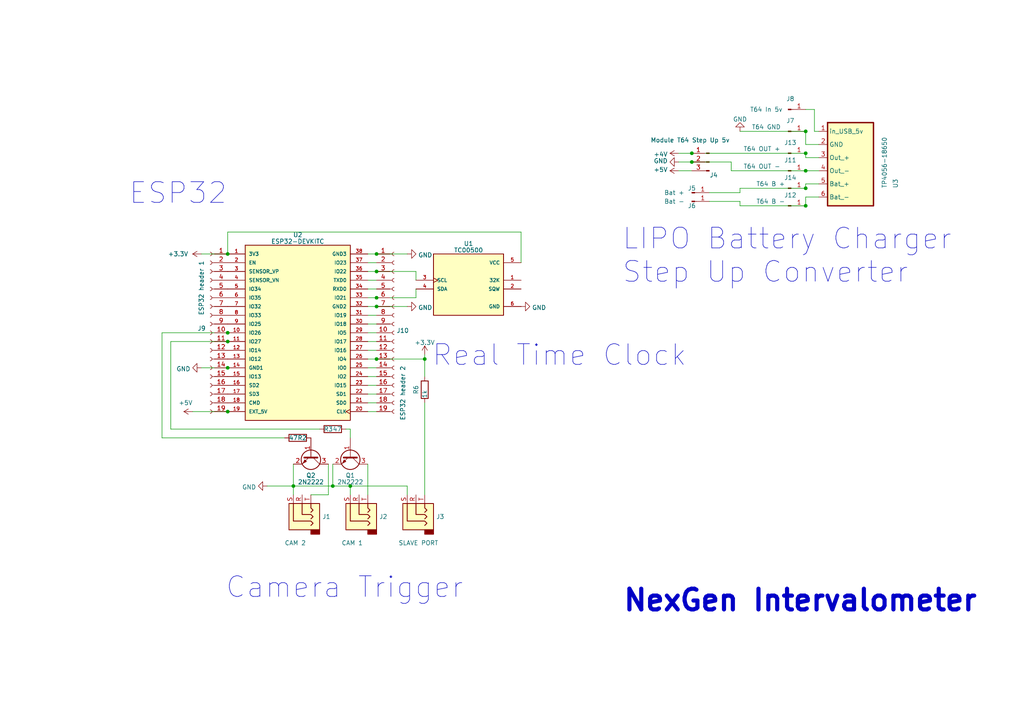
<source format=kicad_sch>
(kicad_sch (version 20230121) (generator eeschema)
  (paper "A4")
  (lib_symbols
    (symbol "Connector:Conn_01x01_Pin" (pin_names (offset 1.016) hide)
      (property "Reference" "J" (at 0 2.54 0))
      (property "Value" "Conn_01x01_Pin" (at 0 -2.54 0))
      (symbol "Conn_01x01_Pin_1_1"
        (polyline (pts (xy 1.27 0) (xy 0.8636 0)) (stroke (width 0.1524)))
        (rectangle (start 0.8636 0.127) (end 0 -0.127) (stroke (width 0.1524)) (fill (type outline)))
        (pin passive line (at 5.08 0 180) (length 3.81) (name "Pin_1") (number "1"))
      )
    )
    (symbol "Connector:Conn_01x03_Pin" (pin_names (offset 1.016) hide)
      (property "Reference" "J" (at 0 5.08 0))
      (property "Value" "Conn_01x03_Pin" (at 0 -5.08 0))
      (symbol "Conn_01x03_Pin_1_1"
        (polyline (pts (xy 1.27 -2.54) (xy 0.8636 -2.54)) (stroke (width 0.1524)))
        (polyline (pts (xy 1.27 0) (xy 0.8636 0)) (stroke (width 0.1524)))
        (polyline (pts (xy 1.27 2.54) (xy 0.8636 2.54)) (stroke (width 0.1524)))
        (rectangle (start 0.8636 -2.413) (end 0 -2.667) (stroke (width 0.1524)) (fill (type outline)))
        (rectangle (start 0.8636 0.127) (end 0 -0.127) (stroke (width 0.1524)) (fill (type outline)))
        (rectangle (start 0.8636 2.667) (end 0 2.413) (stroke (width 0.1524)) (fill (type outline)))
        (pin passive line (at 5.08 2.54 180) (length 3.81) (name "Pin_1") (number "1"))
        (pin passive line (at 5.08 0 180) (length 3.81) (name "Pin_2") (number "2"))
        (pin passive line (at 5.08 -2.54 180) (length 3.81) (name "Pin_3") (number "3"))
      )
    )
    (symbol "Connector:Conn_01x19_Socket" (pin_names (offset 1.016) hide)
      (property "Reference" "J" (at 0 25.4 0))
      (property "Value" "Conn_01x19_Socket" (at 0 -25.4 0))
      (symbol "Conn_01x19_Socket_1_1"
        (arc (start 0 -22.352) (mid -0.5058 -22.86) (end 0 -23.368) (stroke (width 0.1524)))
        (arc (start 0 -19.812) (mid -0.5058 -20.32) (end 0 -20.828) (stroke (width 0.1524)))
        (arc (start 0 -17.272) (mid -0.5058 -17.78) (end 0 -18.288) (stroke (width 0.1524)))
        (arc (start 0 -14.732) (mid -0.5058 -15.24) (end 0 -15.748) (stroke (width 0.1524)))
        (arc (start 0 -12.192) (mid -0.5058 -12.7) (end 0 -13.208) (stroke (width 0.1524)))
        (arc (start 0 -9.652) (mid -0.5058 -10.16) (end 0 -10.668) (stroke (width 0.1524)))
        (arc (start 0 -7.112) (mid -0.5058 -7.62) (end 0 -8.128) (stroke (width 0.1524)))
        (arc (start 0 -4.572) (mid -0.5058 -5.08) (end 0 -5.588) (stroke (width 0.1524)))
        (arc (start 0 -2.032) (mid -0.5058 -2.54) (end 0 -3.048) (stroke (width 0.1524)))
        (polyline (pts (xy -1.27 -22.86) (xy -0.508 -22.86)) (stroke (width 0.1524)))
        (polyline (pts (xy -1.27 -20.32) (xy -0.508 -20.32)) (stroke (width 0.1524)))
        (polyline (pts (xy -1.27 -17.78) (xy -0.508 -17.78)) (stroke (width 0.1524)))
        (polyline (pts (xy -1.27 -15.24) (xy -0.508 -15.24)) (stroke (width 0.1524)))
        (polyline (pts (xy -1.27 -12.7) (xy -0.508 -12.7)) (stroke (width 0.1524)))
        (polyline (pts (xy -1.27 -10.16) (xy -0.508 -10.16)) (stroke (width 0.1524)))
        (polyline (pts (xy -1.27 -7.62) (xy -0.508 -7.62)) (stroke (width 0.1524)))
        (polyline (pts (xy -1.27 -5.08) (xy -0.508 -5.08)) (stroke (width 0.1524)))
        (polyline (pts (xy -1.27 -2.54) (xy -0.508 -2.54)) (stroke (width 0.1524)))
        (polyline (pts (xy -1.27 0) (xy -0.508 0)) (stroke (width 0.1524)))
        (polyline (pts (xy -1.27 2.54) (xy -0.508 2.54)) (stroke (width 0.1524)))
        (polyline (pts (xy -1.27 5.08) (xy -0.508 5.08)) (stroke (width 0.1524)))
        (polyline (pts (xy -1.27 7.62) (xy -0.508 7.62)) (stroke (width 0.1524)))
        (polyline (pts (xy -1.27 10.16) (xy -0.508 10.16)) (stroke (width 0.1524)))
        (polyline (pts (xy -1.27 12.7) (xy -0.508 12.7)) (stroke (width 0.1524)))
        (polyline (pts (xy -1.27 15.24) (xy -0.508 15.24)) (stroke (width 0.1524)))
        (polyline (pts (xy -1.27 17.78) (xy -0.508 17.78)) (stroke (width 0.1524)))
        (polyline (pts (xy -1.27 20.32) (xy -0.508 20.32)) (stroke (width 0.1524)))
        (polyline (pts (xy -1.27 22.86) (xy -0.508 22.86)) (stroke (width 0.1524)))
        (arc (start 0 0.508) (mid -0.5058 0) (end 0 -0.508) (stroke (width 0.1524)))
        (arc (start 0 3.048) (mid -0.5058 2.54) (end 0 2.032) (stroke (width 0.1524)))
        (arc (start 0 5.588) (mid -0.5058 5.08) (end 0 4.572) (stroke (width 0.1524)))
        (arc (start 0 8.128) (mid -0.5058 7.62) (end 0 7.112) (stroke (width 0.1524)))
        (arc (start 0 10.668) (mid -0.5058 10.16) (end 0 9.652) (stroke (width 0.1524)))
        (arc (start 0 13.208) (mid -0.5058 12.7) (end 0 12.192) (stroke (width 0.1524)))
        (arc (start 0 15.748) (mid -0.5058 15.24) (end 0 14.732) (stroke (width 0.1524)))
        (arc (start 0 18.288) (mid -0.5058 17.78) (end 0 17.272) (stroke (width 0.1524)))
        (arc (start 0 20.828) (mid -0.5058 20.32) (end 0 19.812) (stroke (width 0.1524)))
        (arc (start 0 23.368) (mid -0.5058 22.86) (end 0 22.352) (stroke (width 0.1524)))
        (pin passive line (at -5.08 22.86 0) (length 3.81) (name "Pin_1") (number "1"))
        (pin passive line (at -5.08 0 0) (length 3.81) (name "Pin_10") (number "10"))
        (pin passive line (at -5.08 -2.54 0) (length 3.81) (name "Pin_11") (number "11"))
        (pin passive line (at -5.08 -5.08 0) (length 3.81) (name "Pin_12") (number "12"))
        (pin passive line (at -5.08 -7.62 0) (length 3.81) (name "Pin_13") (number "13"))
        (pin passive line (at -5.08 -10.16 0) (length 3.81) (name "Pin_14") (number "14"))
        (pin passive line (at -5.08 -12.7 0) (length 3.81) (name "Pin_15") (number "15"))
        (pin passive line (at -5.08 -15.24 0) (length 3.81) (name "Pin_16") (number "16"))
        (pin passive line (at -5.08 -17.78 0) (length 3.81) (name "Pin_17") (number "17"))
        (pin passive line (at -5.08 -20.32 0) (length 3.81) (name "Pin_18") (number "18"))
        (pin passive line (at -5.08 -22.86 0) (length 3.81) (name "Pin_19") (number "19"))
        (pin passive line (at -5.08 20.32 0) (length 3.81) (name "Pin_2") (number "2"))
        (pin passive line (at -5.08 17.78 0) (length 3.81) (name "Pin_3") (number "3"))
        (pin passive line (at -5.08 15.24 0) (length 3.81) (name "Pin_4") (number "4"))
        (pin passive line (at -5.08 12.7 0) (length 3.81) (name "Pin_5") (number "5"))
        (pin passive line (at -5.08 10.16 0) (length 3.81) (name "Pin_6") (number "6"))
        (pin passive line (at -5.08 7.62 0) (length 3.81) (name "Pin_7") (number "7"))
        (pin passive line (at -5.08 5.08 0) (length 3.81) (name "Pin_8") (number "8"))
        (pin passive line (at -5.08 2.54 0) (length 3.81) (name "Pin_9") (number "9"))
      )
    )
    (symbol "Connector_Audio:AudioJack3"
      (property "Reference" "J" (at 0 8.89 0))
      (property "Value" "AudioJack3" (at 0 6.35 0))
      (symbol "AudioJack3_0_1"
        (rectangle (start -5.08 -5.08) (end -6.35 -2.54) (stroke (width 0.254)) (fill (type outline)))
        (polyline (pts (xy 0 -2.54) (xy 0.635 -3.175) (xy 1.27 -2.54) (xy 2.54 -2.54)) (stroke (width 0.254)))
        (polyline (pts (xy -1.905 -2.54) (xy -1.27 -3.175) (xy -0.635 -2.54) (xy -0.635 0) (xy 2.54 0)) (stroke (width 0.254)))
        (polyline (pts (xy 2.54 2.54) (xy -2.54 2.54) (xy -2.54 -2.54) (xy -3.175 -3.175) (xy -3.81 -2.54)) (stroke (width 0.254)))
        (rectangle (start 2.54 3.81) (end -5.08 -5.08) (stroke (width 0.254)) (fill (type background)))
      )
      (symbol "AudioJack3_1_1"
        (pin passive line (at 5.08 0 180) (length 2.54) (name "~") (number "R"))
        (pin passive line (at 5.08 2.54 180) (length 2.54) (name "~") (number "S"))
        (pin passive line (at 5.08 -2.54 180) (length 2.54) (name "~") (number "T"))
      )
    )
    (symbol "Device:R" (pin_numbers hide) (pin_names (offset 0))
      (property "Reference" "R" (at 2.032 0 90))
      (property "Value" "R" (at 0 0 90))
      (symbol "R_0_1"
        (rectangle (start -1.016 -2.54) (end 1.016 2.54) (stroke (width 0.254)))
      )
      (symbol "R_1_1"
        (pin passive line (at 0 3.81 270) (length 1.27) (name "~") (number "1"))
        (pin passive line (at 0 -3.81 90) (length 1.27) (name "~") (number "2"))
      )
    )
    (symbol "ESP32-DEVKITC:ESP32-DEVKITC" (pin_names (offset 1.016))
      (property "Reference" "U" (at -15.2572 26.0643 0))
      (property "Value" "ESP32-DEVKITC" (at -15.2563 -27.9698 0))
      (symbol "ESP32-DEVKITC_0_0"
        (rectangle (start -15.24 -25.4) (end 15.24 25.4) (stroke (width 0.254)) (fill (type background)))
        (pin power_in line (at -20.32 22.86 0) (length 5.08) (name "3V3") (number "1"))
        (pin bidirectional line (at -20.32 0 0) (length 5.08) (name "IO26") (number "10"))
        (pin bidirectional line (at -20.32 -2.54 0) (length 5.08) (name "IO27") (number "11"))
        (pin bidirectional line (at -20.32 -5.08 0) (length 5.08) (name "IO14") (number "12"))
        (pin bidirectional line (at -20.32 -7.62 0) (length 5.08) (name "IO12") (number "13"))
        (pin power_in line (at -20.32 -10.16 0) (length 5.08) (name "GND1") (number "14"))
        (pin bidirectional line (at -20.32 -12.7 0) (length 5.08) (name "IO13") (number "15"))
        (pin bidirectional line (at -20.32 -15.24 0) (length 5.08) (name "SD2") (number "16"))
        (pin bidirectional line (at -20.32 -17.78 0) (length 5.08) (name "SD3") (number "17"))
        (pin bidirectional line (at -20.32 -20.32 0) (length 5.08) (name "CMD") (number "18"))
        (pin power_in line (at -20.32 -22.86 0) (length 5.08) (name "EXT_5V") (number "19"))
        (pin input line (at -20.32 20.32 0) (length 5.08) (name "EN") (number "2"))
        (pin input clock (at 20.32 -22.86 180) (length 5.08) (name "CLK") (number "20"))
        (pin bidirectional line (at 20.32 -20.32 180) (length 5.08) (name "SD0") (number "21"))
        (pin bidirectional line (at 20.32 -17.78 180) (length 5.08) (name "SD1") (number "22"))
        (pin bidirectional line (at 20.32 -15.24 180) (length 5.08) (name "IO15") (number "23"))
        (pin bidirectional line (at 20.32 -12.7 180) (length 5.08) (name "IO2") (number "24"))
        (pin bidirectional line (at 20.32 -10.16 180) (length 5.08) (name "IO0") (number "25"))
        (pin bidirectional line (at 20.32 -7.62 180) (length 5.08) (name "IO4") (number "26"))
        (pin bidirectional line (at 20.32 -5.08 180) (length 5.08) (name "IO16") (number "27"))
        (pin bidirectional line (at 20.32 -2.54 180) (length 5.08) (name "IO17") (number "28"))
        (pin bidirectional line (at 20.32 0 180) (length 5.08) (name "IO5") (number "29"))
        (pin input line (at -20.32 17.78 0) (length 5.08) (name "SENSOR_VP") (number "3"))
        (pin bidirectional line (at 20.32 2.54 180) (length 5.08) (name "IO18") (number "30"))
        (pin bidirectional line (at 20.32 5.08 180) (length 5.08) (name "IO19") (number "31"))
        (pin power_in line (at 20.32 7.62 180) (length 5.08) (name "GND2") (number "32"))
        (pin bidirectional line (at 20.32 10.16 180) (length 5.08) (name "IO21") (number "33"))
        (pin input line (at 20.32 12.7 180) (length 5.08) (name "RXD0") (number "34"))
        (pin output line (at 20.32 15.24 180) (length 5.08) (name "TXD0") (number "35"))
        (pin bidirectional line (at 20.32 17.78 180) (length 5.08) (name "IO22") (number "36"))
        (pin bidirectional line (at 20.32 20.32 180) (length 5.08) (name "IO23") (number "37"))
        (pin power_in line (at 20.32 22.86 180) (length 5.08) (name "GND3") (number "38"))
        (pin input line (at -20.32 15.24 0) (length 5.08) (name "SENSOR_VN") (number "4"))
        (pin bidirectional line (at -20.32 12.7 0) (length 5.08) (name "IO34") (number "5"))
        (pin bidirectional line (at -20.32 10.16 0) (length 5.08) (name "IO35") (number "6"))
        (pin bidirectional line (at -20.32 7.62 0) (length 5.08) (name "IO32") (number "7"))
        (pin bidirectional line (at -20.32 5.08 0) (length 5.08) (name "IO33") (number "8"))
        (pin bidirectional line (at -20.32 2.54 0) (length 5.08) (name "IO25") (number "9"))
      )
    )
    (symbol "TC00500:TC00500" (pin_names (offset 1.016))
      (property "Reference" "U" (at -10.16 8.89 0))
      (property "Value" "TC00500" (at -10.16 -11.43 0))
      (symbol "TC00500_0_0"
        (rectangle (start -10.16 -10.16) (end 10.16 7.62) (stroke (width 0.254)) (fill (type background)))
        (pin output line (at 15.24 0 180) (length 5.08) (name "32K") (number "1"))
        (pin output line (at 15.24 -2.54 180) (length 5.08) (name "SQW") (number "2"))
        (pin input clock (at -15.24 0 0) (length 5.08) (name "SCL") (number "3"))
        (pin bidirectional line (at -15.24 -2.54 0) (length 5.08) (name "SDA") (number "4"))
        (pin power_in line (at 15.24 5.08 180) (length 5.08) (name "VCC") (number "5"))
        (pin power_in line (at 15.24 -7.62 180) (length 5.08) (name "GND") (number "6"))
      )
    )
    (symbol "TC00500:TP4056-18650"
      (property "Reference" "U" (at 0 0 0))
      (property "Value" "TP4056-18650" (at 7.9858 -14.3424 90))
      (symbol "TP4056-18650_0_1"
        (rectangle (start -2.54 -1.27) (end 10.7744 -25.4) (stroke (width 0.4)) (fill (type background)))
      )
      (symbol "TP4056-18650_1_1"
        (pin power_in line (at -5.08 -3.81 0) (length 2.54) (name "in_USB_5v") (number "1"))
        (pin passive line (at -5.08 -7.62 0) (length 2.54) (name "GND") (number "2"))
        (pin passive line (at -5.08 -11.43 0) (length 2.54) (name "Out_+") (number "3"))
        (pin passive line (at -5.08 -15.24 0) (length 2.54) (name "Out_-") (number "4"))
        (pin bidirectional line (at -5.08 -19.05 0) (length 2.54) (name "Bat_+") (number "5"))
        (pin bidirectional line (at -5.08 -22.86 0) (length 2.54) (name "Bat_-") (number "6"))
      )
    )
    (symbol "Transistor_BJT1:BC817" (pin_names (offset 0) hide)
      (property "Reference" "Q" (at 5.08 1.905 0))
      (property "Value" "BC817" (at 5.08 0 0))
      (symbol "BC817_0_1"
        (polyline (pts (xy 0.635 0.635) (xy 2.54 2.54)))
        (polyline (pts (xy 0.635 -0.635) (xy 2.54 -2.54) (xy 2.54 -2.54)))
        (polyline (pts (xy 0.635 1.905) (xy 0.635 -1.905) (xy 0.635 -1.905)) (stroke (width 0.508)))
        (polyline (pts (xy 1.27 -1.778) (xy 1.778 -1.27) (xy 2.286 -2.286) (xy 1.27 -1.778) (xy 1.27 -1.778)) (fill (type outline)))
        (circle (center 1.27 0) (radius 2.8194) (stroke (width 0.254)))
      )
      (symbol "BC817_1_1"
        (pin input line (at -5.08 0 0) (length 5.715) (name "B") (number "1"))
        (pin passive line (at 2.54 -5.08 90) (length 2.54) (name "E") (number "2"))
        (pin passive line (at 2.54 5.08 270) (length 2.54) (name "C") (number "3"))
      )
    )
    (symbol "power:+3.3V" (power) (pin_names (offset 0))
      (property "Value" "+3.3V" (at 0 3.556 0))
      (symbol "+3.3V_0_1"
        (polyline (pts (xy -0.762 1.27) (xy 0 2.54)))
        (polyline (pts (xy 0 0) (xy 0 2.54)))
        (polyline (pts (xy 0 2.54) (xy 0.762 1.27)))
      )
      (symbol "+3.3V_1_1"
        (pin power_in line (at 0 0 90) (length 0) hide (name "+3.3V") (number "1"))
      )
    )
    (symbol "power:+4V" (power) (pin_names (offset 0))
      (property "Value" "+4V" (at 0 3.556 0))
      (symbol "+4V_0_1"
        (polyline (pts (xy -0.762 1.27) (xy 0 2.54)))
        (polyline (pts (xy 0 0) (xy 0 2.54)))
        (polyline (pts (xy 0 2.54) (xy 0.762 1.27)))
      )
      (symbol "+4V_1_1"
        (pin power_in line (at 0 0 90) (length 0) hide (name "+4V") (number "1"))
      )
    )
    (symbol "power:+5V" (power) (pin_names (offset 0))
      (property "Value" "+5V" (at 0 3.556 0))
      (symbol "+5V_0_1"
        (polyline (pts (xy -0.762 1.27) (xy 0 2.54)))
        (polyline (pts (xy 0 0) (xy 0 2.54)))
        (polyline (pts (xy 0 2.54) (xy 0.762 1.27)))
      )
      (symbol "+5V_1_1"
        (pin power_in line (at 0 0 90) (length 0) hide (name "+5V") (number "1"))
      )
    )
    (symbol "power:GND" (power) (pin_names (offset 0))
      (property "Value" "GND" (at 0 -3.81 0))
      (symbol "GND_0_1"
        (polyline (pts (xy 0 0) (xy 0 -1.27) (xy 1.27 -1.27) (xy 0 -2.54) (xy -1.27 -1.27) (xy 0 -1.27)))
      )
      (symbol "GND_1_1"
        (pin power_in line (at 0 0 270) (length 0) hide (name "GND") (number "1"))
      )
    )
  )
  (junction (at 200.66 46.99))
  (junction (at 101.6 140.97))
  (junction (at 109.22 86.36))
  (junction (at 233.68 44.45))
  (junction (at 66.04 73.66))
  (junction (at 109.22 73.66))
  (junction (at 109.22 78.74))
  (junction (at 109.22 88.9))
  (junction (at 233.68 49.53))
  (junction (at 109.22 104.14))
  (junction (at 233.68 54.61))
  (junction (at 233.68 38.1))
  (junction (at 233.68 59.69))
  (junction (at 66.04 119.38))
  (junction (at 85.09 140.97))
  (junction (at 66.04 99.06))
  (junction (at 200.66 44.45))
  (junction (at 96.52 140.97))
  (junction (at 66.04 106.68))
  (junction (at 66.04 96.52))
  (junction (at 123.19 104.14))
  (wire (pts (xy 109.22 78.74) (xy 106.68 78.74)))
  (wire (pts (xy 212.09 49.53) (xy 233.68 49.53)))
  (wire (pts (xy 151.13 67.31) (xy 66.04 67.31)))
  (wire (pts (xy 205.74 55.88) (xy 214.63 55.88)))
  (wire (pts (xy 123.19 116.84) (xy 123.19 143.51)))
  (wire (pts (xy 46.99 127) (xy 82.55 127)))
  (wire (pts (xy 109.22 114.3) (xy 106.68 114.3)))
  (wire (pts (xy 109.22 116.84) (xy 106.68 116.84)))
  (wire (pts (xy 46.99 96.52) (xy 66.04 96.52)))
  (wire (pts (xy 109.22 93.98) (xy 106.68 93.98)))
  (wire (pts (xy 96.52 134.62) (xy 96.52 140.97)))
  (wire (pts (xy 233.68 49.53) (xy 237.49 49.53)))
  (wire (pts (xy 200.66 44.45) (xy 233.68 44.45)))
  (wire (pts (xy 109.22 88.9) (xy 106.68 88.9)))
  (wire (pts (xy 237.49 53.34) (xy 233.68 53.34)))
  (wire (pts (xy 109.22 99.06) (xy 106.68 99.06)))
  (wire (pts (xy 90.17 143.51) (xy 95.25 143.51)))
  (wire (pts (xy 236.22 31.75) (xy 233.68 31.75)))
  (wire (pts (xy 101.6 140.97) (xy 101.6 143.51)))
  (wire (pts (xy 205.74 58.42) (xy 214.63 58.42)))
  (wire (pts (xy 109.22 96.52) (xy 106.68 96.52)))
  (wire (pts (xy 196.85 46.99) (xy 200.66 46.99)))
  (wire (pts (xy 196.85 49.53) (xy 200.66 49.53)))
  (wire (pts (xy 214.63 38.1) (xy 233.68 38.1)))
  (wire (pts (xy 214.63 59.69) (xy 233.68 59.69)))
  (wire (pts (xy 106.68 134.62) (xy 106.68 143.51)))
  (wire (pts (xy 55.88 119.38) (xy 66.04 119.38)))
  (wire (pts (xy 85.09 140.97) (xy 96.52 140.97)))
  (wire (pts (xy 233.68 41.91) (xy 233.68 38.1)))
  (wire (pts (xy 101.6 127) (xy 101.6 124.46)))
  (wire (pts (xy 46.99 96.52) (xy 46.99 127)))
  (wire (pts (xy 66.04 67.31) (xy 66.04 73.66)))
  (wire (pts (xy 237.49 45.72) (xy 233.68 45.72)))
  (wire (pts (xy 100.33 124.46) (xy 101.6 124.46)))
  (wire (pts (xy 196.85 44.45) (xy 200.66 44.45)))
  (wire (pts (xy 120.65 78.74) (xy 109.22 78.74)))
  (wire (pts (xy 109.22 83.82) (xy 106.68 83.82)))
  (wire (pts (xy 95.25 134.62) (xy 95.25 143.51)))
  (wire (pts (xy 120.65 86.36) (xy 109.22 86.36)))
  (wire (pts (xy 151.13 76.2) (xy 151.13 67.31)))
  (wire (pts (xy 214.63 58.42) (xy 214.63 59.69)))
  (wire (pts (xy 118.11 143.51) (xy 118.11 140.97)))
  (wire (pts (xy 200.66 46.99) (xy 212.09 46.99)))
  (wire (pts (xy 109.22 86.36) (xy 106.68 86.36)))
  (wire (pts (xy 49.53 99.06) (xy 66.04 99.06)))
  (wire (pts (xy 109.22 111.76) (xy 106.68 111.76)))
  (wire (pts (xy 109.22 88.9) (xy 118.11 88.9)))
  (wire (pts (xy 120.65 81.28) (xy 120.65 78.74)))
  (wire (pts (xy 233.68 57.15) (xy 237.49 57.15)))
  (wire (pts (xy 214.63 55.88) (xy 214.63 54.61)))
  (wire (pts (xy 58.42 106.68) (xy 66.04 106.68)))
  (wire (pts (xy 101.6 140.97) (xy 118.11 140.97)))
  (wire (pts (xy 109.22 119.38) (xy 106.68 119.38)))
  (wire (pts (xy 233.68 57.15) (xy 233.68 59.69)))
  (wire (pts (xy 109.22 76.2) (xy 106.68 76.2)))
  (wire (pts (xy 120.65 83.82) (xy 120.65 86.36)))
  (wire (pts (xy 58.42 73.66) (xy 66.04 73.66)))
  (wire (pts (xy 237.49 41.91) (xy 233.68 41.91)))
  (wire (pts (xy 49.53 124.46) (xy 92.71 124.46)))
  (wire (pts (xy 214.63 54.61) (xy 233.68 54.61)))
  (wire (pts (xy 85.09 134.62) (xy 85.09 140.97)))
  (wire (pts (xy 109.22 73.66) (xy 118.11 73.66)))
  (wire (pts (xy 109.22 106.68) (xy 106.68 106.68)))
  (wire (pts (xy 233.68 45.72) (xy 233.68 44.45)))
  (wire (pts (xy 77.47 140.97) (xy 85.09 140.97)))
  (wire (pts (xy 123.19 104.14) (xy 123.19 102.87)))
  (wire (pts (xy 123.19 104.14) (xy 123.19 109.22)))
  (wire (pts (xy 212.09 49.53) (xy 212.09 46.99)))
  (wire (pts (xy 109.22 104.14) (xy 106.68 104.14)))
  (wire (pts (xy 109.22 101.6) (xy 106.68 101.6)))
  (wire (pts (xy 109.22 91.44) (xy 106.68 91.44)))
  (wire (pts (xy 236.22 38.1) (xy 236.22 31.75)))
  (wire (pts (xy 233.68 53.34) (xy 233.68 54.61)))
  (wire (pts (xy 49.53 99.06) (xy 49.53 124.46)))
  (wire (pts (xy 109.22 73.66) (xy 106.68 73.66)))
  (wire (pts (xy 109.22 109.22) (xy 106.68 109.22)))
  (wire (pts (xy 96.52 140.97) (xy 101.6 140.97)))
  (wire (pts (xy 109.22 81.28) (xy 106.68 81.28)))
  (wire (pts (xy 109.22 104.14) (xy 123.19 104.14)))
  (wire (pts (xy 237.49 38.1) (xy 236.22 38.1)))
  (wire (pts (xy 85.09 140.97) (xy 85.09 143.51)))
  (text "Camera Trigger" (at 134.62 173.99 0) (effects (font (size 6 6)) (justify right bottom)))
  (text "NexGen Intervalometer" (at 180.34 177.8 0) (effects (font (size 6 6) (thickness 1.2) bold) (justify left bottom)))
  (text "Real Time Clock" (at 199.39 106.68 0) (effects (font (size 6 6)) (justify right bottom)))
  (text "LIPO Battery Charger\nStep Up Converter" (at 180.34 82.55 0) (effects (font (size 6 6)) (justify left bottom)))
  (text "ESP32" (at 66.04 59.69 0) (effects (font (size 6 6)) (justify right bottom)))
  (symbol (lib_id "power:GND") (at 77.47 140.97 270) (unit 1)
    (property "Reference" "#PWR01" (effects hide))
    (property "Value" "GND" (at 74.2951 141.2868 90) (effects (justify right)))
  )
  (symbol (lib_id "power:GND") (at 58.42 106.68 270) (unit 1)
    (property "Reference" "#PWR06" (effects hide))
    (property "Value" "GND" (at 55.2451 106.9968 90) (effects (justify right)))
  )
  (symbol (lib_id "power:GND") (at 214.63 38.1 180) (unit 1)
    (property "Reference" "#PWR010" (effects hide))
    (property "Value" "GND" (at 214.63 34.5981 0))
  )
  (symbol (lib_id "TC00500:TP4056-18650") (at 242.57 34.29 0) (unit 1)
    (property "Reference" "U3" (at 259.731 54.61 90) (effects (justify left)))
    (property "Value" "TP4056-18650" (at 256.54 54.61 90) (effects (justify left)))
    (property "Footprint" "TC00500:TP4056-18650" (effects hide))
  )
  (symbol (lib_id "Connector_Audio:AudioJack3") (at 87.63 148.59 90) (unit 1)
    (property "Reference" "J1" (at 93.472 149.8513 90) (effects (justify right)))
    (property "Value" "CAM 2" (at 82.55 157.48 90) (effects (justify right)))
    (property "Footprint" "Library:Jack_2.5mm_PJ208_Horizontal_CircularHoles" (effects hide))
  )
  (symbol (lib_id "power:GND") (at 196.85 46.99 270) (unit 1)
    (property "Reference" "#PWR07" (effects hide))
    (property "Value" "GND" (at 193.675 46.6732 90) (effects (justify right)))
  )
  (symbol (lib_id "Device:R") (at 123.19 113.03 0) (unit 1)
    (property "Reference" "R6" (at 120.65 113.03 90))
    (property "Value" "1k" (at 123.19 114.3 90))
    (property "Footprint" "Resistor_SMD:R_0805_2012Metric" (effects hide))
  )
  (symbol (lib_id "Connector_Audio:AudioJack3") (at 120.65 148.59 90) (unit 1)
    (property "Reference" "J3" (at 126.492 149.8513 90) (effects (justify right)))
    (property "Value" "SLAVE PORT" (at 115.57 157.48 90) (effects (justify right)))
    (property "Footprint" "Library:Jack_2.5mm_PJ208_Horizontal_CircularHoles" (effects hide))
  )
  (symbol (lib_id "Connector:Conn_01x01_Pin") (at 228.6 44.45 0) (unit 1)
    (property "Reference" "J13" (at 229.235 41.3639 0))
    (property "Value" "T64 OUT +" (at 220.98 43.18 0))
    (property "Footprint" "Connector_PinHeader_2.54mm:PinHeader_1x01_P2.54mm_Vertical" (effects hide))
  )
  (symbol (lib_id "Connector:Conn_01x01_Pin") (at 200.66 58.42 0) (unit 1)
    (property "Reference" "J6" (at 200.66 59.69 0))
    (property "Value" "Bat -" (at 195.58 58.42 0))
    (property "Footprint" "Connector_Pin:Pin_D1.0mm_L10.0mm_LooseFit" (effects hide))
  )
  (symbol (lib_id "Connector:Conn_01x01_Pin") (at 228.6 38.1 0) (unit 1)
    (property "Reference" "J7" (at 229.235 35.0139 0))
    (property "Value" "T64 GND" (at 222.25 36.83 0))
    (property "Footprint" "Connector_PinHeader_2.54mm:PinHeader_1x01_P2.54mm_Vertical" (effects hide))
  )
  (symbol (lib_id "Device:R") (at 96.52 124.46 90) (unit 1)
    (property "Reference" "R3" (at 95.25 124.46 90))
    (property "Value" "47" (at 97.79 124.46 90))
    (property "Footprint" "Resistor_SMD:R_0805_2012Metric" (effects hide))
  )
  (symbol (lib_id "Transistor_BJT1:BC817") (at 101.6 132.08 270) (unit 1)
    (property "Reference" "Q1" (at 101.6 137.8919 90))
    (property "Value" "2N2222" (at 101.6 139.8129 90))
    (property "Footprint" "Package_TO_SOT_SMD:SOT-23" (effects hide))
    (property "Datasheet" "https://www.onsemi.com/pub/Collateral/BC818-D.pdf" (effects hide))
  )
  (symbol (lib_id "Connector:Conn_01x19_Socket") (at 114.3 96.52 0) (unit 1)
    (property "Reference" "J10" (at 115.0112 95.8763 0) (effects (justify left)))
    (property "Value" "ESP32 header 2" (at 116.84 121.92 90) (effects (justify left)))
    (property "Footprint" "Connector_PinSocket_2.54mm:PinSocket_1x19_P2.54mm_Vertical" (effects hide))
  )
  (symbol (lib_id "Connector:Conn_01x03_Pin") (at 205.74 46.99 0) (mirror y) (unit 1)
    (property "Reference" "J4" (at 207.01 50.8 0))
    (property "Value" "Module T64 Step Up 5v " (at 200.66 40.64 0))
    (property "Footprint" "Connector_PinHeader_2.54mm:PinHeader_1x03_P2.54mm_Vertical" (effects hide))
  )
  (symbol (lib_id "power:+3.3V") (at 58.42 73.66 90) (unit 1)
    (property "Reference" "#PWR02" (effects hide))
    (property "Value" "+3.3V" (at 54.61 73.66 90) (effects (justify left)))
  )
  (symbol (lib_id "Connector:Conn_01x01_Pin") (at 228.6 49.53 0) (unit 1)
    (property "Reference" "J11" (at 229.235 46.4439 0))
    (property "Value" "T64 OUT -" (at 220.98 48.26 0))
    (property "Footprint" "Connector_PinHeader_2.54mm:PinHeader_1x01_P2.54mm_Vertical" (effects hide))
  )
  (symbol (lib_id "power:GND") (at 118.11 73.66 90) (unit 1)
    (property "Reference" "#PWR011" (effects hide))
    (property "Value" "GND" (at 121.285 73.9768 90) (effects (justify right)))
  )
  (symbol (lib_id "Connector_Audio:AudioJack3") (at 104.14 148.59 90) (unit 1)
    (property "Reference" "J2" (at 109.982 149.8513 90) (effects (justify right)))
    (property "Value" "CAM 1" (at 99.06 157.48 90) (effects (justify right)))
    (property "Footprint" "Library:Jack_2.5mm_PJ208_Horizontal_CircularHoles" (effects hide))
  )
  (symbol (lib_id "Connector:Conn_01x01_Pin") (at 200.66 55.88 0) (unit 1)
    (property "Reference" "J5" (at 200.66 54.61 0))
    (property "Value" "Bat +" (at 195.58 55.88 0))
    (property "Footprint" "Connector_Pin:Pin_D1.0mm_L10.0mm_LooseFit" (effects hide))
  )
  (symbol (lib_id "power:+5V") (at 196.85 49.53 90) (unit 1)
    (property "Reference" "#PWR09" (effects hide))
    (property "Value" "+5V" (at 193.675 49.2132 90) (effects (justify left)))
  )
  (symbol (lib_id "Connector:Conn_01x01_Pin") (at 228.6 31.75 0) (unit 1)
    (property "Reference" "J8" (at 229.235 28.6639 0))
    (property "Value" "T64 In 5v" (at 222.25 31.75 0))
    (property "Footprint" "Connector_PinHeader_2.54mm:PinHeader_1x01_P2.54mm_Vertical" (effects hide))
  )
  (symbol (lib_id "TC00500:TC00500") (at 135.89 81.28 0) (unit 1)
    (property "Reference" "U1" (at 135.89 70.6501 0))
    (property "Value" "TC00500" (at 135.89 72.5711 0))
    (property "Footprint" "MODULE_TC00500" (effects hide))
    (property "STANDARD" "Manufacturer Recommendations" (effects hide))
    (property "MAXIMUM_PACKAGE_HEIGHT" "37.5 mm" (effects hide))
    (property "MANUFACTURER" "YKS" (effects hide))
    (property "PARTREV" "N/A" (effects hide))
  )
  (symbol (lib_id "power:GND") (at 118.11 88.9 90) (unit 1)
    (property "Reference" "#PWR04" (effects hide))
    (property "Value" "GND" (at 121.285 89.2168 90) (effects (justify right)))
  )
  (symbol (lib_id "ESP32-DEVKITC:ESP32-DEVKITC") (at 86.36 96.52 0) (unit 1)
    (property "Reference" "U2" (at 86.36 68.1101 0))
    (property "Value" "ESP32-DEVKITC" (at 86.36 70.0311 0))
    (property "Footprint" "MODULE_ESP32-DEVKITC" (effects hide))
    (property "PARTREV" "N/A" (effects hide))
    (property "MANUFACTURER" "ESPRESSIF" (effects hide))
    (property "STANDARD" "Manufacturer Recommendations" (effects hide))
  )
  (symbol (lib_id "Connector:Conn_01x19_Socket") (at 60.96 96.52 0) (mirror y) (unit 1)
    (property "Reference" "J9" (at 59.69 95.25 0) (effects (justify left)))
    (property "Value" "ESP32 header 1" (at 58.42 91.44 90) (effects (justify left)))
    (property "Footprint" "Connector_PinSocket_2.54mm:PinSocket_1x19_P2.54mm_Vertical" (effects hide))
  )
  (symbol (lib_id "Device:R") (at 86.36 127 270) (unit 1)
    (property "Reference" "R2" (at 87.63 127 90))
    (property "Value" "47" (at 85.09 127 90))
    (property "Footprint" "Resistor_SMD:R_0805_2012Metric" (effects hide))
  )
  (symbol (lib_id "power:+3.3V") (at 123.19 102.87 0) (unit 1)
    (property "Reference" "#PWR05" (effects hide))
    (property "Value" "+3.3V" (at 123.19 99.3681 0))
  )
  (symbol (lib_id "power:+4V") (at 196.85 44.45 90) (unit 1)
    (property "Reference" "#PWR08" (effects hide))
    (property "Value" "+4V1" (at 193.675 44.7668 90) (effects (justify left)))
  )
  (symbol (lib_id "Transistor_BJT1:BC817") (at 90.17 132.08 270) (unit 1)
    (property "Reference" "Q2" (at 90.17 137.8919 90))
    (property "Value" "2N2222" (at 90.17 139.8129 90))
    (property "Footprint" "Package_TO_SOT_SMD:SOT-23" (effects hide))
    (property "Datasheet" "https://www.onsemi.com/pub/Collateral/BC818-D.pdf" (effects hide))
  )
  (symbol (lib_id "Connector:Conn_01x01_Pin") (at 228.6 54.61 0) (unit 1)
    (property "Reference" "J14" (at 229.235 51.5239 0))
    (property "Value" "T64 B +" (at 223.52 53.34 0))
    (property "Footprint" "Connector_PinHeader_2.54mm:PinHeader_1x01_P2.54mm_Vertical" (effects hide))
  )
  (symbol (lib_id "power:+5V") (at 55.88 119.38 90) (unit 1)
    (property "Reference" "#PWR03" (effects hide))
    (property "Value" "+5V" (at 55.88 116.84 90) (effects (justify left)))
  )
  (symbol (lib_id "power:GND") (at 151.13 88.9 90) (unit 1)
    (property "Reference" "#PWR012" (effects hide))
    (property "Value" "GND" (at 154.305 89.2168 90) (effects (justify right)))
  )
  (symbol (lib_id "Connector:Conn_01x01_Pin") (at 228.6 59.69 0) (unit 1)
    (property "Reference" "J12" (at 229.235 56.6039 0))
    (property "Value" "T64 B -" (at 223.52 58.42 0))
    (property "Footprint" "Connector_PinHeader_2.54mm:PinHeader_1x01_P2.54mm_Vertical" (effects hide))
  )
)
</source>
